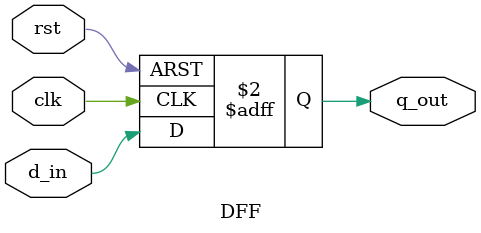
<source format=v>
module PWM_spec(input [0:0] clk, input [0:0] rst, input [0:0] en, input [7:0] duty_cycle, output [0:0] pwm_out);

    wire [7:0] count;
    wire comp_out;

    // Instantiate the up counter
    UpCounter u_counter(
        .clk(clk),
        .rst(rst),
        .en(en),
        .count_out(count)
    );

    // Instantiate the comparator
    Comparator comp(
        .count(count),
        .duty_cycle(duty_cycle),
        .comp_out(comp_out)
    );

    // Instantiate the D flip flop
    DFF d_flip_flop(
        .clk(clk),
        .rst(rst),
        .d_in(comp_out),
        .q_out(pwm_out)
    );

endmodule
module UpCounter(input [0:0] clk, input [0:0] rst, input [0:0] en, output reg [7:0] count_out);
    always @(posedge clk or posedge rst) begin
        if (rst)
            count_out <= 8'b0;
        else if (en)
            count_out <= count_out + 1;
    end
endmodule
module Comparator(input [7:0] count, input [7:0] duty_cycle, output [0:0] comp_out);
    assign comp_out = (count < duty_cycle) ? 1'b1 : 1'b0;
endmodule
module DFF(input [0:0] clk, input [0:0] rst, input [0:0] d_in, output reg [0:0] q_out);
    always @(posedge clk or posedge rst) begin
        if (rst)
            q_out <= 1'b0;
        else
            q_out <= d_in;
    end
endmodule

</source>
